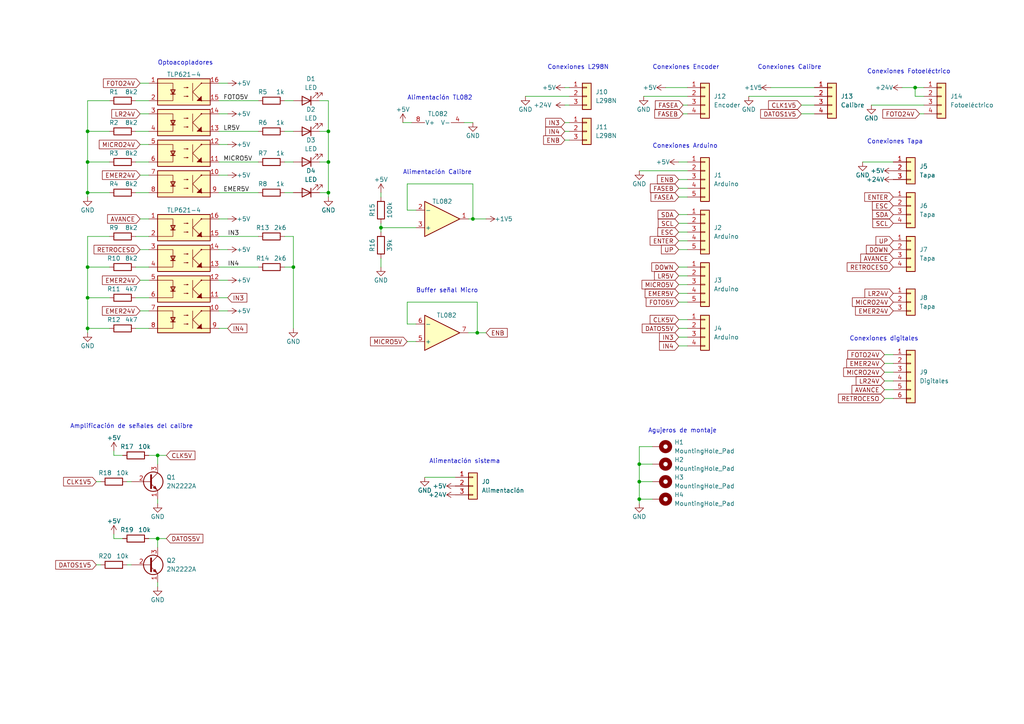
<source format=kicad_sch>
(kicad_sch (version 20211123) (generator eeschema)
  (paper "A4")
  (junction (at 265.43 25.4))
  (junction (at 25.4 46.99))
  (junction (at 95.25 55.88))
  (junction (at 185.42 144.78))
  (junction (at 95.25 38.1))
  (junction (at 95.25 46.99))
  (junction (at 45.72 132.08))
  (junction (at 45.72 156.21))
  (junction (at 25.4 77.47))
  (junction (at 25.4 95.25))
  (junction (at 185.42 134.62))
  (junction (at 25.4 38.1))
  (junction (at 85.09 77.47))
  (junction (at 185.42 139.7))
  (junction (at 110.49 66.04))
  (junction (at 138.43 96.52))
  (junction (at 137.16 63.5))
  (junction (at 25.4 55.88))
  (junction (at 25.4 86.36))
  (wire (pts (xy 120.65 93.98) (xy 118.11 93.98)))
  (wire (pts (xy 110.49 66.04) (xy 120.65 66.04)))
  (wire (pts (xy 137.16 53.34) (xy 137.16 63.5)))
  (wire (pts (xy 196.85 95.25) (xy 199.39 95.25)))
  (wire (pts (xy 250.19 46.99) (xy 259.08 46.99)))
  (wire (pts (xy 232.41 33.02) (xy 236.22 33.02)))
  (wire (pts (xy 27.94 139.7) (xy 29.21 139.7)))
  (wire (pts (xy 196.85 87.63) (xy 199.39 87.63)))
  (wire (pts (xy 163.83 38.1) (xy 165.1 38.1)))
  (wire (pts (xy 63.5 55.88) (xy 74.93 55.88)))
  (wire (pts (xy 196.85 57.15) (xy 199.39 57.15)))
  (wire (pts (xy 196.85 62.23) (xy 199.39 62.23)))
  (wire (pts (xy 45.72 132.08) (xy 48.26 132.08)))
  (wire (pts (xy 40.64 81.28) (xy 43.18 81.28)))
  (wire (pts (xy 25.4 96.52) (xy 25.4 95.25)))
  (wire (pts (xy 25.4 38.1) (xy 25.4 29.21)))
  (wire (pts (xy 40.64 33.02) (xy 43.18 33.02)))
  (wire (pts (xy 25.4 55.88) (xy 31.75 55.88)))
  (wire (pts (xy 189.23 134.62) (xy 185.42 134.62)))
  (wire (pts (xy 92.71 46.99) (xy 95.25 46.99)))
  (wire (pts (xy 196.85 77.47) (xy 199.39 77.47)))
  (wire (pts (xy 39.37 68.58) (xy 43.18 68.58)))
  (wire (pts (xy 25.4 86.36) (xy 25.4 95.25)))
  (wire (pts (xy 95.25 46.99) (xy 95.25 55.88)))
  (wire (pts (xy 40.64 50.8) (xy 43.18 50.8)))
  (wire (pts (xy 63.5 72.39) (xy 66.04 72.39)))
  (wire (pts (xy 25.4 86.36) (xy 31.75 86.36)))
  (wire (pts (xy 110.49 64.77) (xy 110.49 66.04)))
  (wire (pts (xy 266.7 33.02) (xy 267.97 33.02)))
  (wire (pts (xy 196.85 46.99) (xy 199.39 46.99)))
  (wire (pts (xy 39.37 46.99) (xy 43.18 46.99)))
  (wire (pts (xy 256.54 110.49) (xy 259.08 110.49)))
  (wire (pts (xy 256.54 102.87) (xy 259.08 102.87)))
  (wire (pts (xy 45.72 158.75) (xy 45.72 156.21)))
  (wire (pts (xy 118.11 99.06) (xy 120.65 99.06)))
  (wire (pts (xy 189.23 139.7) (xy 185.42 139.7)))
  (wire (pts (xy 63.5 68.58) (xy 74.93 68.58)))
  (wire (pts (xy 110.49 74.93) (xy 110.49 77.47)))
  (wire (pts (xy 45.72 156.21) (xy 48.26 156.21)))
  (wire (pts (xy 82.55 29.21) (xy 85.09 29.21)))
  (wire (pts (xy 196.85 97.79) (xy 199.39 97.79)))
  (wire (pts (xy 63.5 24.13) (xy 66.04 24.13)))
  (wire (pts (xy 63.5 90.17) (xy 66.04 90.17)))
  (wire (pts (xy 116.84 35.56) (xy 119.38 35.56)))
  (wire (pts (xy 185.42 139.7) (xy 185.42 144.78)))
  (wire (pts (xy 110.49 55.88) (xy 110.49 57.15)))
  (wire (pts (xy 85.09 68.58) (xy 85.09 77.47)))
  (wire (pts (xy 85.09 77.47) (xy 85.09 95.25)))
  (wire (pts (xy 217.17 27.94) (xy 236.22 27.94)))
  (wire (pts (xy 196.85 80.01) (xy 199.39 80.01)))
  (wire (pts (xy 185.42 129.54) (xy 185.42 134.62)))
  (wire (pts (xy 95.25 38.1) (xy 95.25 46.99)))
  (wire (pts (xy 92.71 38.1) (xy 95.25 38.1)))
  (wire (pts (xy 163.83 30.48) (xy 165.1 30.48)))
  (wire (pts (xy 39.37 55.88) (xy 43.18 55.88)))
  (wire (pts (xy 40.64 63.5) (xy 43.18 63.5)))
  (wire (pts (xy 33.02 132.08) (xy 33.02 130.81)))
  (wire (pts (xy 63.5 46.99) (xy 74.93 46.99)))
  (wire (pts (xy 63.5 41.91) (xy 66.04 41.91)))
  (wire (pts (xy 185.42 144.78) (xy 189.23 144.78)))
  (wire (pts (xy 35.56 156.21) (xy 33.02 156.21)))
  (wire (pts (xy 25.4 77.47) (xy 25.4 68.58)))
  (wire (pts (xy 123.19 138.43) (xy 132.08 138.43)))
  (wire (pts (xy 118.11 60.96) (xy 118.11 53.34)))
  (wire (pts (xy 92.71 55.88) (xy 95.25 55.88)))
  (wire (pts (xy 163.83 35.56) (xy 165.1 35.56)))
  (wire (pts (xy 140.97 96.52) (xy 138.43 96.52)))
  (wire (pts (xy 196.85 100.33) (xy 199.39 100.33)))
  (wire (pts (xy 95.25 29.21) (xy 95.25 38.1)))
  (wire (pts (xy 45.72 156.21) (xy 43.18 156.21)))
  (wire (pts (xy 45.72 144.78) (xy 45.72 146.05)))
  (wire (pts (xy 198.12 30.48) (xy 199.39 30.48)))
  (wire (pts (xy 186.69 27.94) (xy 199.39 27.94)))
  (wire (pts (xy 63.5 33.02) (xy 66.04 33.02)))
  (wire (pts (xy 196.85 64.77) (xy 199.39 64.77)))
  (wire (pts (xy 39.37 38.1) (xy 43.18 38.1)))
  (wire (pts (xy 25.4 46.99) (xy 25.4 55.88)))
  (wire (pts (xy 256.54 115.57) (xy 259.08 115.57)))
  (wire (pts (xy 110.49 66.04) (xy 110.49 67.31)))
  (wire (pts (xy 261.62 25.4) (xy 265.43 25.4)))
  (wire (pts (xy 36.83 163.83) (xy 38.1 163.83)))
  (wire (pts (xy 63.5 38.1) (xy 74.93 38.1)))
  (wire (pts (xy 45.72 134.62) (xy 45.72 132.08)))
  (wire (pts (xy 252.73 30.48) (xy 267.97 30.48)))
  (wire (pts (xy 36.83 139.7) (xy 38.1 139.7)))
  (wire (pts (xy 265.43 27.94) (xy 265.43 25.4)))
  (wire (pts (xy 265.43 25.4) (xy 267.97 25.4)))
  (wire (pts (xy 39.37 86.36) (xy 43.18 86.36)))
  (wire (pts (xy 40.64 41.91) (xy 43.18 41.91)))
  (wire (pts (xy 25.4 29.21) (xy 31.75 29.21)))
  (wire (pts (xy 63.5 81.28) (xy 66.04 81.28)))
  (wire (pts (xy 118.11 53.34) (xy 137.16 53.34)))
  (wire (pts (xy 196.85 69.85) (xy 199.39 69.85)))
  (wire (pts (xy 92.71 29.21) (xy 95.25 29.21)))
  (wire (pts (xy 25.4 77.47) (xy 31.75 77.47)))
  (wire (pts (xy 39.37 29.21) (xy 43.18 29.21)))
  (wire (pts (xy 267.97 27.94) (xy 265.43 27.94)))
  (wire (pts (xy 256.54 105.41) (xy 259.08 105.41)))
  (wire (pts (xy 196.85 72.39) (xy 199.39 72.39)))
  (wire (pts (xy 82.55 38.1) (xy 85.09 38.1)))
  (wire (pts (xy 120.65 60.96) (xy 118.11 60.96)))
  (wire (pts (xy 40.64 24.13) (xy 43.18 24.13)))
  (wire (pts (xy 163.83 25.4) (xy 165.1 25.4)))
  (wire (pts (xy 137.16 63.5) (xy 140.97 63.5)))
  (wire (pts (xy 152.4 27.94) (xy 165.1 27.94)))
  (wire (pts (xy 63.5 95.25) (xy 66.04 95.25)))
  (wire (pts (xy 25.4 95.25) (xy 31.75 95.25)))
  (wire (pts (xy 63.5 77.47) (xy 74.93 77.47)))
  (wire (pts (xy 118.11 93.98) (xy 118.11 87.63)))
  (wire (pts (xy 63.5 29.21) (xy 74.93 29.21)))
  (wire (pts (xy 40.64 72.39) (xy 43.18 72.39)))
  (wire (pts (xy 43.18 132.08) (xy 45.72 132.08)))
  (wire (pts (xy 31.75 46.99) (xy 25.4 46.99)))
  (wire (pts (xy 185.42 146.05) (xy 185.42 144.78)))
  (wire (pts (xy 40.64 90.17) (xy 43.18 90.17)))
  (wire (pts (xy 63.5 50.8) (xy 66.04 50.8)))
  (wire (pts (xy 196.85 92.71) (xy 199.39 92.71)))
  (wire (pts (xy 118.11 87.63) (xy 138.43 87.63)))
  (wire (pts (xy 35.56 132.08) (xy 33.02 132.08)))
  (wire (pts (xy 39.37 95.25) (xy 43.18 95.25)))
  (wire (pts (xy 63.5 86.36) (xy 66.04 86.36)))
  (wire (pts (xy 196.85 67.31) (xy 199.39 67.31)))
  (wire (pts (xy 196.85 52.07) (xy 199.39 52.07)))
  (wire (pts (xy 196.85 85.09) (xy 199.39 85.09)))
  (wire (pts (xy 223.52 25.4) (xy 236.22 25.4)))
  (wire (pts (xy 39.37 77.47) (xy 43.18 77.47)))
  (wire (pts (xy 31.75 38.1) (xy 25.4 38.1)))
  (wire (pts (xy 256.54 113.03) (xy 259.08 113.03)))
  (wire (pts (xy 138.43 87.63) (xy 138.43 96.52)))
  (wire (pts (xy 198.12 33.02) (xy 199.39 33.02)))
  (wire (pts (xy 82.55 46.99) (xy 85.09 46.99)))
  (wire (pts (xy 63.5 63.5) (xy 66.04 63.5)))
  (wire (pts (xy 196.85 82.55) (xy 199.39 82.55)))
  (wire (pts (xy 82.55 68.58) (xy 85.09 68.58)))
  (wire (pts (xy 256.54 107.95) (xy 259.08 107.95)))
  (wire (pts (xy 95.25 57.15) (xy 95.25 55.88)))
  (wire (pts (xy 196.85 54.61) (xy 199.39 54.61)))
  (wire (pts (xy 82.55 55.88) (xy 85.09 55.88)))
  (wire (pts (xy 27.94 163.83) (xy 29.21 163.83)))
  (wire (pts (xy 185.42 134.62) (xy 185.42 139.7)))
  (wire (pts (xy 189.23 129.54) (xy 185.42 129.54)))
  (wire (pts (xy 33.02 156.21) (xy 33.02 154.94)))
  (wire (pts (xy 137.16 63.5) (xy 135.89 63.5)))
  (wire (pts (xy 25.4 68.58) (xy 31.75 68.58)))
  (wire (pts (xy 193.04 25.4) (xy 199.39 25.4)))
  (wire (pts (xy 185.42 49.53) (xy 199.39 49.53)))
  (wire (pts (xy 45.72 168.91) (xy 45.72 170.18)))
  (wire (pts (xy 82.55 77.47) (xy 85.09 77.47)))
  (wire (pts (xy 138.43 96.52) (xy 135.89 96.52)))
  (wire (pts (xy 232.41 30.48) (xy 236.22 30.48)))
  (wire (pts (xy 25.4 57.15) (xy 25.4 55.88)))
  (wire (pts (xy 134.62 35.56) (xy 137.16 35.56)))
  (wire (pts (xy 163.83 40.64) (xy 165.1 40.64)))
  (wire (pts (xy 25.4 38.1) (xy 25.4 46.99)))
  (wire (pts (xy 25.4 77.47) (xy 25.4 86.36)))
  (text "Conexiones Fotoeléctrico" (at 251.46 21.59 0) (effects (font (size 1.27 1.27)) (justify left bottom)))
  (text "Conexiones L298N" (at 158.75 20.32 0) (effects (font (size 1.27 1.27)) (justify left bottom)))
  (text "Conexiones Tapa" (at 251.46 41.91 0) (effects (font (size 1.27 1.27)) (justify left bottom)))
  (text "Amplificación de señales del calibre" (at 20.32 124.46 0) (effects (font (size 1.27 1.27)) (justify left bottom)))
  (text "Alimentación TL082" (at 118.11 29.21 0) (effects (font (size 1.27 1.27)) (justify left bottom)))
  (text "Buffer señal Micro" (at 120.65 85.09 0) (effects (font (size 1.27 1.27)) (justify left bottom)))
  (text "Alimentación Calibre" (at 116.84 50.8 0) (effects (font (size 1.27 1.27)) (justify left bottom)))
  (text "Optoacopladores\n" (at 45.72 19.05 0) (effects (font (size 1.27 1.27)) (justify left bottom)))
  (text "Alimentación sistema" (at 124.46 134.62 0) (effects (font (size 1.27 1.27)) (justify left bottom)))
  (text "Conexiones Calibre" (at 219.71 20.32 0) (effects (font (size 1.27 1.27)) (justify left bottom)))
  (text "Conexiones digitales" (at 246.38 99.06 0) (effects (font (size 1.27 1.27)) (justify left bottom)))
  (text "Conexiones Arduino" (at 189.23 43.18 0) (effects (font (size 1.27 1.27)) (justify left bottom)))
  (text "Agujeros de montaje" (at 187.96 125.73 0) (effects (font (size 1.27 1.27)) (justify left bottom)))
  (text "Conexiones Encoder" (at 189.23 20.32 0) (effects (font (size 1.27 1.27)) (justify left bottom)))
  (label "LR5V" (at 64.77 38.1 0))
  (label "EMER5V" (at 64.77 55.88 0))
  (label "MICRO5V" (at 64.77 46.99 0))
  (label "IN4" (at 66.04 77.47 0))
  (label "FOTO5V" (at 64.77 29.21 0))
  (label "IN3" (at 66.04 68.58 0))
  (global_label "EMER24V" (shape input) (at 256.54 105.41 180) (property "Intersheet References" "${INTERSHEET_REFS}" (effects hide)))
  (global_label "ESC" (shape input) (at 196.85 67.31 180) (property "Intersheet References" "${INTERSHEET_REFS}" (effects hide)))
  (global_label "SDA" (shape input) (at 196.85 62.23 180) (property "Intersheet References" "${INTERSHEET_REFS}" (effects hide)))
  (global_label "IN4" (shape input) (at 163.83 38.1 180) (property "Intersheet References" "${INTERSHEET_REFS}" (effects hide)))
  (global_label "CLK1V5" (shape input) (at 232.41 30.48 180) (property "Intersheet References" "${INTERSHEET_REFS}" (effects hide)))
  (global_label "CLK1V5" (shape input) (at 27.94 139.7 180) (property "Intersheet References" "${INTERSHEET_REFS}" (effects hide)))
  (global_label "SCL" (shape input) (at 259.08 64.77 180) (property "Intersheet References" "${INTERSHEET_REFS}" (effects hide)))
  (global_label "IN4" (shape input) (at 66.04 95.25 0) (property "Intersheet References" "${INTERSHEET_REFS}" (effects hide)))
  (global_label "ENB" (shape input) (at 196.85 52.07 180) (property "Intersheet References" "${INTERSHEET_REFS}" (effects hide)))
  (global_label "FASEA" (shape input) (at 196.85 57.15 180) (property "Intersheet References" "${INTERSHEET_REFS}" (effects hide)))
  (global_label "RETROCESO" (shape input) (at 259.08 77.47 180) (property "Intersheet References" "${INTERSHEET_REFS}" (effects hide)))
  (global_label "LR24V" (shape input) (at 40.64 33.02 180) (property "Intersheet References" "${INTERSHEET_REFS}" (effects hide)))
  (global_label "EMER5V" (shape input) (at 196.85 85.09 180) (property "Intersheet References" "${INTERSHEET_REFS}" (effects hide)))
  (global_label "SDA" (shape input) (at 259.08 62.23 180) (property "Intersheet References" "${INTERSHEET_REFS}" (effects hide)))
  (global_label "DOWN" (shape input) (at 196.85 77.47 180) (property "Intersheet References" "${INTERSHEET_REFS}" (effects hide)))
  (global_label "IN3" (shape input) (at 163.83 35.56 180) (property "Intersheet References" "${INTERSHEET_REFS}" (effects hide)))
  (global_label "ENTER" (shape input) (at 196.85 69.85 180) (property "Intersheet References" "${INTERSHEET_REFS}" (effects hide)))
  (global_label "FASEB" (shape input) (at 196.85 54.61 180) (property "Intersheet References" "${INTERSHEET_REFS}" (effects hide)))
  (global_label "RETROCESO" (shape input) (at 256.54 115.57 180) (property "Intersheet References" "${INTERSHEET_REFS}" (effects hide)))
  (global_label "FOTO24V" (shape input) (at 40.64 24.13 180) (property "Intersheet References" "${INTERSHEET_REFS}" (effects hide)))
  (global_label "CLK5V" (shape input) (at 196.85 92.71 180) (property "Intersheet References" "${INTERSHEET_REFS}" (effects hide)))
  (global_label "LR24V" (shape input) (at 256.54 110.49 180) (property "Intersheet References" "${INTERSHEET_REFS}" (effects hide)))
  (global_label "UP" (shape input) (at 196.85 72.39 180) (property "Intersheet References" "${INTERSHEET_REFS}" (effects hide)))
  (global_label "MICRO24V" (shape input) (at 256.54 107.95 180) (property "Intersheet References" "${INTERSHEET_REFS}" (effects hide)))
  (global_label "IN4" (shape input) (at 196.85 100.33 180) (property "Intersheet References" "${INTERSHEET_REFS}" (effects hide)))
  (global_label "DATOS1V5" (shape input) (at 232.41 33.02 180) (property "Intersheet References" "${INTERSHEET_REFS}" (effects hide)))
  (global_label "ENB" (shape input) (at 140.97 96.52 0) (property "Intersheet References" "${INTERSHEET_REFS}" (effects hide)))
  (global_label "SCL" (shape input) (at 196.85 64.77 180) (property "Intersheet References" "${INTERSHEET_REFS}" (effects hide)))
  (global_label "MICRO24V" (shape input) (at 259.08 87.63 180) (property "Intersheet References" "${INTERSHEET_REFS}" (effects hide)))
  (global_label "MICRO24V" (shape input) (at 40.64 41.91 180) (property "Intersheet References" "${INTERSHEET_REFS}" (effects hide)))
  (global_label "FOTO5V" (shape input) (at 196.85 87.63 180) (property "Intersheet References" "${INTERSHEET_REFS}" (effects hide)))
  (global_label "ENTER" (shape input) (at 259.08 57.15 180) (property "Intersheet References" "${INTERSHEET_REFS}" (effects hide)))
  (global_label "LR24V" (shape input) (at 259.08 85.09 180) (property "Intersheet References" "${INTERSHEET_REFS}" (effects hide)))
  (global_label "LR5V" (shape input) (at 196.85 80.01 180) (property "Intersheet References" "${INTERSHEET_REFS}" (effects hide)))
  (global_label "IN3" (shape input) (at 196.85 97.79 180) (property "Intersheet References" "${INTERSHEET_REFS}" (effects hide)))
  (global_label "EMER24V" (shape input) (at 259.08 90.17 180) (property "Intersheet References" "${INTERSHEET_REFS}" (effects hide)))
  (global_label "DATOS1V5" (shape input) (at 27.94 163.83 180) (property "Intersheet References" "${INTERSHEET_REFS}" (effects hide)))
  (global_label "AVANCE" (shape input) (at 40.64 63.5 180) (property "Intersheet References" "${INTERSHEET_REFS}" (effects hide)))
  (global_label "CLK5V" (shape input) (at 48.26 132.08 0) (property "Intersheet References" "${INTERSHEET_REFS}" (effects hide)))
  (global_label "EMER24V" (shape input) (at 40.64 90.17 180) (property "Intersheet References" "${INTERSHEET_REFS}" (effects hide)))
  (global_label "MICRO5V" (shape input) (at 196.85 82.55 180) (property "Intersheet References" "${INTERSHEET_REFS}" (effects hide)))
  (global_label "AVANCE" (shape input) (at 259.08 74.93 180) (property "Intersheet References" "${INTERSHEET_REFS}" (effects hide)))
  (global_label "FASEB" (shape input) (at 198.12 33.02 180) (property "Intersheet References" "${INTERSHEET_REFS}" (effects hide)))
  (global_label "ESC" (shape input) (at 259.08 59.69 180) (property "Intersheet References" "${INTERSHEET_REFS}" (effects hide)))
  (global_label "ENB" (shape input) (at 163.83 40.64 180) (property "Intersheet References" "${INTERSHEET_REFS}" (effects hide)))
  (global_label "FOTO24V" (shape input) (at 266.7 33.02 180) (property "Intersheet References" "${INTERSHEET_REFS}" (effects hide)))
  (global_label "FOTO24V" (shape input) (at 256.54 102.87 180) (property "Intersheet References" "${INTERSHEET_REFS}" (effects hide)))
  (global_label "DATOS5V" (shape input) (at 48.26 156.21 0) (property "Intersheet References" "${INTERSHEET_REFS}" (effects hide)))
  (global_label "FASEA" (shape input) (at 198.12 30.48 180) (property "Intersheet References" "${INTERSHEET_REFS}" (effects hide)))
  (global_label "EMER24V" (shape input) (at 40.64 81.28 180) (property "Intersheet References" "${INTERSHEET_REFS}" (effects hide)))
  (global_label "UP" (shape input) (at 259.08 69.85 180) (property "Intersheet References" "${INTERSHEET_REFS}" (effects hide)))
  (global_label "DATOS5V" (shape input) (at 196.85 95.25 180) (property "Intersheet References" "${INTERSHEET_REFS}" (effects hide)))
  (global_label "RETROCESO" (shape input) (at 40.64 72.39 180) (property "Intersheet References" "${INTERSHEET_REFS}" (effects hide)))
  (global_label "EMER24V" (shape input) (at 40.64 50.8 180) (property "Intersheet References" "${INTERSHEET_REFS}" (effects hide)))
  (global_label "IN3" (shape input) (at 66.04 86.36 0) (property "Intersheet References" "${INTERSHEET_REFS}" (effects hide)))
  (global_label "DOWN" (shape input) (at 259.08 72.39 180) (property "Intersheet References" "${INTERSHEET_REFS}" (effects hide)))
  (global_label "MICRO5V" (shape input) (at 118.11 99.06 180) (property "Intersheet References" "${INTERSHEET_REFS}" (effects hide)))
  (global_label "AVANCE" (shape input) (at 256.54 113.03 180) (property "Intersheet References" "${INTERSHEET_REFS}" (effects hide)))
  (symbol (lib_id "Transistor_BJT:2N2219") (at 43.18 139.7 0) (unit 1)
    (property "Reference" "Q1" (at 48.26 138.4299 0) (effects (justify left)))
    (property "Value" "2N2222A" (at 48.26 140.9699 0) (effects (justify left)))
    (property "Footprint" "Package_TO_SOT_THT:TO-92" (effects hide))
    (property "Datasheet" "http://www.onsemi.com/pub_link/Collateral/2N2219-D.PDF" (effects hide))
  )
  (symbol (lib_id "power:+5V") (at 66.04 81.28 270) (unit 1)
    (property "Reference" "#PWR0110" (effects hide))
    (property "Value" "+5V" (at 68.58 81.28 90) (effects (justify left)))
  )
  (symbol (lib_id "Isolator:TLP627-4") (at 53.34 92.71 0) (unit 4)
    (property "Reference" "U2" (effects hide))
    (property "Value" "TLP621-4" (effects hide))
    (property "Footprint" "Package_DIP:DIP-16_W10.16mm" (effects hide))
    (property "Datasheet" "https://toshiba.semicon-storage.com/info/docget.jsp?did=16914&prodName=TLP627" (effects hide))
  )
  (symbol (lib_id "Device:R") (at 78.74 46.99 90) (unit 1)
    (property "Reference" "R7" (at 76.2 44.45 90))
    (property "Value" "1k" (at 81.28 44.45 90))
    (property "Footprint" "Resistor_THT:R_Axial_DIN0207_L6.3mm_D2.5mm_P10.16mm_Horizontal" (effects hide))
  )
  (symbol (lib_id "power:+5V") (at 132.08 140.97 90) (unit 1)
    (property "Reference" "#PWR0136" (effects hide))
    (property "Value" "+5V" (at 129.54 140.97 90) (effects (justify left)))
  )
  (symbol (lib_id "Device:R") (at 35.56 77.47 90) (unit 1)
    (property "Reference" "R10" (at 33.02 74.93 90))
    (property "Value" "8k2" (at 38.1 74.93 90))
    (property "Footprint" "Resistor_THT:R_Axial_DIN0207_L6.3mm_D2.5mm_P10.16mm_Horizontal" (effects hide))
  )
  (symbol (lib_id "Connector_Generic:Conn_01x04") (at 241.3 27.94 0) (unit 1)
    (property "Reference" "J13" (at 243.84 27.94 0) (effects (justify left)))
    (property "Value" "Calibre" (at 243.84 30.48 0) (effects (justify left)))
    (property "Footprint" "TerminalBlock_TE-Connectivity:TerminalBlock_TE_282834-4_1x04_P2.54mm_Horizontal" (effects hide))
  )
  (symbol (lib_id "Device:R") (at 35.56 38.1 90) (unit 1)
    (property "Reference" "R2" (at 33.02 35.56 90))
    (property "Value" "8k2" (at 38.1 35.56 90))
    (property "Footprint" "Resistor_THT:R_Axial_DIN0207_L6.3mm_D2.5mm_P10.16mm_Horizontal" (effects hide))
  )
  (symbol (lib_name "TLP627-4_1") (lib_id "Isolator:TLP627-4") (at 53.34 26.67 0) (unit 1)
    (property "Reference" "U1" (effects hide))
    (property "Value" "TLP621-4" (at 53.34 21.59 0))
    (property "Footprint" "Package_DIP:DIP-16_W10.16mm" (effects hide))
    (property "Datasheet" "https://toshiba.semicon-storage.com/info/docget.jsp?did=16914&prodName=TLP627" (effects hide))
  )
  (symbol (lib_id "power:+5V") (at 66.04 50.8 270) (unit 1)
    (property "Reference" "#PWR0105" (effects hide))
    (property "Value" "+5V" (at 68.58 50.8 90) (effects (justify left)))
  )
  (symbol (lib_id "Connector_Generic:Conn_01x04") (at 264.16 72.39 0) (unit 1)
    (property "Reference" "J7" (at 266.7 72.3899 0) (effects (justify left)))
    (property "Value" "Tapa" (at 266.7 74.9299 0) (effects (justify left)))
    (property "Footprint" "TerminalBlock_TE-Connectivity:TerminalBlock_TE_282834-4_1x04_P2.54mm_Horizontal" (effects hide))
  )
  (symbol (lib_name "TLP627-4_7") (lib_id "Isolator:TLP627-4") (at 53.34 83.82 0) (unit 3)
    (property "Reference" "U2" (effects hide))
    (property "Value" "TLP621-4" (effects hide))
    (property "Footprint" "Package_DIP:DIP-16_W10.16mm" (effects hide))
    (property "Datasheet" "https://toshiba.semicon-storage.com/info/docget.jsp?did=16914&prodName=TLP627" (effects hide))
  )
  (symbol (lib_id "Connector_Generic:Conn_01x04") (at 204.47 95.25 0) (unit 1)
    (property "Reference" "J4" (at 207.01 95.2499 0) (effects (justify left)))
    (property "Value" "Arduino" (at 207.01 97.7899 0) (effects (justify left)))
    (property "Footprint" "TerminalBlock_TE-Connectivity:TerminalBlock_TE_282834-4_1x04_P2.54mm_Horizontal" (effects hide))
  )
  (symbol (lib_id "Device:R") (at 35.56 55.88 90) (unit 1)
    (property "Reference" "R4" (at 33.02 53.34 90))
    (property "Value" "8k2" (at 38.1 53.34 90))
    (property "Footprint" "Resistor_THT:R_Axial_DIN0207_L6.3mm_D2.5mm_P10.16mm_Horizontal" (effects hide))
  )
  (symbol (lib_id "power:+24V") (at 261.62 25.4 90) (unit 1)
    (property "Reference" "#PWR0131" (effects hide))
    (property "Value" "+24V" (at 259.08 25.4 90) (effects (justify left)))
  )
  (symbol (lib_id "power:GND") (at 123.19 138.43 0) (unit 1)
    (property "Reference" "#PWR0137" (effects hide))
    (property "Value" "GND" (at 123.19 142.24 0))
  )
  (symbol (lib_id "power:GND") (at 185.42 146.05 0) (unit 1)
    (property "Reference" "#PWR0139" (effects hide))
    (property "Value" "GND" (at 185.42 149.86 0))
  )
  (symbol (lib_id "power:+5V") (at 66.04 72.39 270) (unit 1)
    (property "Reference" "#PWR0108" (effects hide))
    (property "Value" "+5V" (at 68.58 72.39 90) (effects (justify left)))
  )
  (symbol (lib_id "Device:R") (at 78.74 68.58 90) (unit 1)
    (property "Reference" "R13" (at 76.2 66.04 90))
    (property "Value" "2k6" (at 81.28 66.04 90))
    (property "Footprint" "Resistor_THT:R_Axial_DIN0207_L6.3mm_D2.5mm_P10.16mm_Horizontal" (effects hide))
  )
  (symbol (lib_id "power:GND") (at 137.16 35.56 0) (unit 1)
    (property "Reference" "#PWR0114" (effects hide))
    (property "Value" "GND" (at 137.16 39.37 0))
  )
  (symbol (lib_id "Mechanical:MountingHole_Pad") (at 191.77 139.7 270) (unit 1)
    (property "Reference" "H3" (at 195.58 138.4299 90) (effects (justify left)))
    (property "Value" "MountingHole_Pad" (at 195.58 140.9699 90) (effects (justify left)))
    (property "Footprint" "MountingHole:MountingHole_3.2mm_M3_DIN965_Pad" (effects hide))
  )
  (symbol (lib_id "Device:R") (at 78.74 38.1 90) (unit 1)
    (property "Reference" "R6" (at 76.2 35.56 90))
    (property "Value" "1k" (at 81.28 35.56 90))
    (property "Footprint" "Resistor_THT:R_Axial_DIN0207_L6.3mm_D2.5mm_P10.16mm_Horizontal" (effects hide))
  )
  (symbol (lib_id "Device:R") (at 35.56 95.25 90) (unit 1)
    (property "Reference" "R12" (at 33.02 92.71 90))
    (property "Value" "4k7" (at 38.1 92.71 90))
    (property "Footprint" "Resistor_THT:R_Axial_DIN0207_L6.3mm_D2.5mm_P10.16mm_Horizontal" (effects hide))
  )
  (symbol (lib_name "TLP627-4_3") (lib_id "Isolator:TLP627-4") (at 53.34 44.45 0) (unit 3)
    (property "Reference" "U1" (effects hide))
    (property "Value" "TLP621-4" (effects hide))
    (property "Footprint" "Package_DIP:DIP-16_W10.16mm" (effects hide))
    (property "Datasheet" "https://toshiba.semicon-storage.com/info/docget.jsp?did=16914&prodName=TLP627" (effects hide))
  )
  (symbol (lib_id "power:GND") (at 152.4 27.94 0) (unit 1)
    (property "Reference" "#PWR0124" (effects hide))
    (property "Value" "GND" (at 152.4 31.75 0))
  )
  (symbol (lib_name "TLP627-4_6") (lib_id "Isolator:TLP627-4") (at 53.34 74.93 0) (unit 2)
    (property "Reference" "U2" (effects hide))
    (property "Value" "TLP621-4" (effects hide))
    (property "Footprint" "Package_DIP:DIP-16_W10.16mm" (effects hide))
    (property "Datasheet" "https://toshiba.semicon-storage.com/info/docget.jsp?did=16914&prodName=TLP627" (effects hide))
  )
  (symbol (lib_id "power:+5V") (at 66.04 41.91 270) (unit 1)
    (property "Reference" "#PWR0104" (effects hide))
    (property "Value" "+5V" (at 68.58 41.91 90) (effects (justify left)))
  )
  (symbol (lib_id "Connector_Generic:Conn_01x04") (at 204.47 27.94 0) (unit 1)
    (property "Reference" "J12" (at 207.01 27.94 0) (effects (justify left)))
    (property "Value" "Encoder" (at 207.01 30.4799 0) (effects (justify left)))
    (property "Footprint" "TerminalBlock_TE-Connectivity:TerminalBlock_TE_282834-4_1x04_P2.54mm_Horizontal" (effects hide))
  )
  (symbol (lib_name "TLP627-4_2") (lib_id "Isolator:TLP627-4") (at 53.34 35.56 0) (unit 2)
    (property "Reference" "U1" (effects hide))
    (property "Value" "TLP621-4" (effects hide))
    (property "Footprint" "Package_DIP:DIP-16_W10.16mm" (effects hide))
    (property "Datasheet" "https://toshiba.semicon-storage.com/info/docget.jsp?did=16914&prodName=TLP627" (effects hide))
  )
  (symbol (lib_id "power:+5V") (at 66.04 33.02 270) (unit 1)
    (property "Reference" "#PWR0103" (effects hide))
    (property "Value" "+5V" (at 68.58 33.02 90) (effects (justify left)))
  )
  (symbol (lib_id "power:GND") (at 185.42 49.53 0) (unit 1)
    (property "Reference" "#PWR0123" (effects hide))
    (property "Value" "GND" (at 185.42 53.34 0))
  )
  (symbol (lib_id "Connector_Generic:Conn_01x05") (at 204.47 82.55 0) (unit 1)
    (property "Reference" "J3" (at 207.01 81.2799 0) (effects (justify left)))
    (property "Value" "Arduino" (at 207.01 83.8199 0) (effects (justify left)))
    (property "Footprint" "TerminalBlock_TE-Connectivity:TerminalBlock_TE_282834-5_1x05_P2.54mm_Horizontal" (effects hide))
  )
  (symbol (lib_id "Connector_Generic:Conn_01x06") (at 264.16 107.95 0) (unit 1)
    (property "Reference" "J9" (at 266.7 107.95 0) (effects (justify left)))
    (property "Value" "Digitales" (at 266.7 110.4899 0) (effects (justify left)))
    (property "Footprint" "TerminalBlock_TE-Connectivity:TerminalBlock_TE_282834-6_1x06_P2.54mm_Horizontal" (effects hide))
  )
  (symbol (lib_id "Amplifier_Operational:TL082") (at 127 33.02 90) (unit 3)
    (property "Reference" "U3" (effects hide))
    (property "Value" "TL082" (at 127 33.02 90))
    (property "Footprint" "Package_DIP:DIP-8_W7.62mm" (effects hide))
    (property "Datasheet" "http://www.ti.com/lit/ds/symlink/tl081.pdf" (effects hide))
  )
  (symbol (lib_id "power:GND") (at 95.25 57.15 0) (unit 1)
    (property "Reference" "#PWR0106" (effects hide))
    (property "Value" "GND" (at 95.25 60.96 0))
  )
  (symbol (lib_id "Amplifier_Operational:TL082") (at 128.27 63.5 0) (mirror x) (unit 1)
    (property "Reference" "U3" (effects hide))
    (property "Value" "TL082" (at 128.27 58.42 0))
    (property "Footprint" "Package_DIP:DIP-8_W7.62mm" (effects hide))
    (property "Datasheet" "http://www.ti.com/lit/ds/symlink/tl081.pdf" (effects hide))
  )
  (symbol (lib_id "power:GND") (at 110.49 77.47 0) (unit 1)
    (property "Reference" "#PWR0117" (effects hide))
    (property "Value" "GND" (at 110.49 81.28 0))
  )
  (symbol (lib_id "power:GND") (at 85.09 95.25 0) (unit 1)
    (property "Reference" "#PWR0112" (effects hide))
    (property "Value" "GND" (at 85.09 99.06 0))
  )
  (symbol (lib_id "power:GND") (at 25.4 57.15 0) (unit 1)
    (property "Reference" "#PWR0101" (effects hide))
    (property "Value" "GND" (at 25.4 60.96 0))
  )
  (symbol (lib_id "Connector_Generic:Conn_01x03") (at 137.16 140.97 0) (unit 1)
    (property "Reference" "J0" (at 139.7 139.6999 0) (effects (justify left)))
    (property "Value" "Alimentación" (at 139.7 142.2399 0) (effects (justify left)))
    (property "Footprint" "TerminalBlock:TerminalBlock_bornier-3_P5.08mm" (effects hide))
  )
  (symbol (lib_id "power:+5V") (at 196.85 46.99 90) (unit 1)
    (property "Reference" "#PWR0122" (effects hide))
    (property "Value" "+5V" (at 194.31 46.99 90) (effects (justify left)))
  )
  (symbol (lib_id "Connector_Generic:Conn_01x03") (at 264.16 49.53 0) (unit 1)
    (property "Reference" "J5" (at 266.7 48.2599 0) (effects (justify left)))
    (property "Value" "Tapa" (at 266.7 50.7999 0) (effects (justify left)))
    (property "Footprint" "TerminalBlock_TE-Connectivity:TerminalBlock_TE_282834-3_1x03_P2.54mm_Horizontal" (effects hide))
  )
  (symbol (lib_id "power:+1V5") (at 140.97 63.5 270) (unit 1)
    (property "Reference" "#PWR0115" (effects hide))
    (property "Value" "+1V5" (at 146.05 63.5 90))
  )
  (symbol (lib_name "TLP627-4_5") (lib_id "Isolator:TLP627-4") (at 53.34 66.04 0) (unit 1)
    (property "Reference" "U2" (effects hide))
    (property "Value" "TLP621-4" (at 53.34 60.96 0))
    (property "Footprint" "Package_DIP:DIP-16_W10.16mm" (effects hide))
    (property "Datasheet" "https://toshiba.semicon-storage.com/info/docget.jsp?did=16914&prodName=TLP627" (effects hide))
  )
  (symbol (lib_id "Connector_Generic:Conn_01x05") (at 204.47 67.31 0) (unit 1)
    (property "Reference" "J2" (at 207.01 66.0399 0) (effects (justify left)))
    (property "Value" "Arduino" (at 207.01 68.5799 0) (effects (justify left)))
    (property "Footprint" "TerminalBlock_TE-Connectivity:TerminalBlock_TE_282834-5_1x05_P2.54mm_Horizontal" (effects hide))
  )
  (symbol (lib_id "Device:LED") (at 88.9 29.21 180) (unit 1)
    (property "Reference" "D1" (at 90.17 22.86 0))
    (property "Value" "LED" (at 90.17 25.4 0))
    (property "Footprint" "LED_THT:LED_D3.0mm" (effects hide))
  )
  (symbol (lib_id "power:+5V") (at 110.49 55.88 0) (unit 1)
    (property "Reference" "#PWR0116" (effects hide))
    (property "Value" "+5V" (at 110.49 52.07 0))
  )
  (symbol (lib_id "power:+5V") (at 66.04 24.13 270) (unit 1)
    (property "Reference" "#PWR0102" (effects hide))
    (property "Value" "+5V" (at 68.58 24.13 90) (effects (justify left)))
  )
  (symbol (lib_id "Connector_Generic:Conn_01x03") (at 264.16 87.63 0) (unit 1)
    (property "Reference" "J8" (at 266.7 86.3599 0) (effects (justify left)))
    (property "Value" "Tapa" (at 266.7 88.8999 0) (effects (justify left)))
    (property "Footprint" "TerminalBlock_TE-Connectivity:TerminalBlock_TE_282834-3_1x03_P2.54mm_Horizontal" (effects hide))
  )
  (symbol (lib_id "power:+1V5") (at 223.52 25.4 90) (unit 1)
    (property "Reference" "#PWR0125" (effects hide))
    (property "Value" "+1V5" (at 218.44 25.4 90))
  )
  (symbol (lib_id "power:+5V") (at 33.02 130.81 0) (unit 1)
    (property "Reference" "#PWR0121" (effects hide))
    (property "Value" "+5V" (at 33.02 127 0))
  )
  (symbol (lib_id "Connector_Generic:Conn_01x03") (at 170.18 27.94 0) (unit 1)
    (property "Reference" "J10" (at 172.72 26.6699 0) (effects (justify left)))
    (property "Value" "L298N" (at 172.72 29.2099 0) (effects (justify left)))
    (property "Footprint" "TerminalBlock:TerminalBlock_bornier-3_P5.08mm" (effects hide))
  )
  (symbol (lib_id "Connector_Generic:Conn_01x05") (at 204.47 52.07 0) (unit 1)
    (property "Reference" "J1" (at 207.01 50.7999 0) (effects (justify left)))
    (property "Value" "Arduino" (at 207.01 53.3399 0) (effects (justify left)))
    (property "Footprint" "TerminalBlock_TE-Connectivity:TerminalBlock_TE_282834-5_1x05_P2.54mm_Horizontal" (effects hide))
  )
  (symbol (lib_id "Connector_Generic:Conn_01x03") (at 170.18 38.1 0) (unit 1)
    (property "Reference" "J11" (at 172.72 36.8299 0) (effects (justify left)))
    (property "Value" "L298N" (at 172.72 39.3699 0) (effects (justify left)))
    (property "Footprint" "TerminalBlock_TE-Connectivity:TerminalBlock_TE_282834-3_1x03_P2.54mm_Horizontal" (effects hide))
  )
  (symbol (lib_id "power:+5V") (at 66.04 90.17 270) (unit 1)
    (property "Reference" "#PWR0111" (effects hide))
    (property "Value" "+5V" (at 68.58 90.17 90) (effects (justify left)))
  )
  (symbol (lib_id "Device:R") (at 78.74 77.47 90) (unit 1)
    (property "Reference" "R14" (at 76.2 74.93 90))
    (property "Value" "2k6" (at 81.28 74.93 90))
    (property "Footprint" "Resistor_THT:R_Axial_DIN0207_L6.3mm_D2.5mm_P10.16mm_Horizontal" (effects hide))
  )
  (symbol (lib_id "Device:LED") (at 88.9 46.99 180) (unit 1)
    (property "Reference" "D3" (at 90.17 40.64 0))
    (property "Value" "LED" (at 90.17 43.18 0))
    (property "Footprint" "LED_THT:LED_D3.0mm" (effects hide))
  )
  (symbol (lib_id "Device:LED") (at 88.9 55.88 180) (unit 1)
    (property "Reference" "D4" (at 90.17 49.53 0))
    (property "Value" "LED" (at 90.17 52.07 0))
    (property "Footprint" "LED_THT:LED_D3.0mm" (effects hide))
  )
  (symbol (lib_id "Connector_Generic:Conn_01x04") (at 264.16 59.69 0) (unit 1)
    (property "Reference" "J6" (at 266.7 59.6899 0) (effects (justify left)))
    (property "Value" "Tapa" (at 266.7 62.2299 0) (effects (justify left)))
    (property "Footprint" "TerminalBlock_TE-Connectivity:TerminalBlock_TE_282834-4_1x04_P2.54mm_Horizontal" (effects hide))
  )
  (symbol (lib_id "power:GND") (at 252.73 30.48 0) (unit 1)
    (property "Reference" "#PWR0132" (effects hide))
    (property "Value" "GND" (at 252.73 34.29 0))
  )
  (symbol (lib_id "power:GND") (at 25.4 96.52 0) (unit 1)
    (property "Reference" "#PWR0107" (effects hide))
    (property "Value" "GND" (at 25.4 100.33 0))
  )
  (symbol (lib_id "power:GND") (at 217.17 27.94 0) (unit 1)
    (property "Reference" "#PWR0126" (effects hide))
    (property "Value" "GND" (at 217.17 31.75 0))
  )
  (symbol (lib_id "Device:R") (at 35.56 68.58 90) (unit 1)
    (property "Reference" "R9" (at 33.02 66.04 90))
    (property "Value" "8k2" (at 38.1 66.04 90))
    (property "Footprint" "Resistor_THT:R_Axial_DIN0207_L6.3mm_D2.5mm_P10.16mm_Horizontal" (effects hide))
  )
  (symbol (lib_id "Connector_Generic:Conn_01x04") (at 273.05 27.94 0) (unit 1)
    (property "Reference" "J14" (at 275.59 27.94 0) (effects (justify left)))
    (property "Value" "Fotoeléctrico" (at 275.59 30.48 0) (effects (justify left)))
    (property "Footprint" "TerminalBlock_TE-Connectivity:TerminalBlock_TE_282834-4_1x04_P2.54mm_Horizontal" (effects hide))
  )
  (symbol (lib_id "Device:R") (at 39.37 132.08 90) (unit 1)
    (property "Reference" "R17" (at 36.83 129.54 90))
    (property "Value" "10k" (at 41.91 129.54 90))
    (property "Footprint" "Resistor_THT:R_Axial_DIN0207_L6.3mm_D2.5mm_P10.16mm_Horizontal" (effects hide))
  )
  (symbol (lib_id "Device:R") (at 35.56 86.36 90) (unit 1)
    (property "Reference" "R11" (at 33.02 83.82 90))
    (property "Value" "4k7" (at 38.1 83.82 90))
    (property "Footprint" "Resistor_THT:R_Axial_DIN0207_L6.3mm_D2.5mm_P10.16mm_Horizontal" (effects hide))
  )
  (symbol (lib_id "power:+5V") (at 193.04 25.4 90) (unit 1)
    (property "Reference" "#PWR0127" (effects hide))
    (property "Value" "+5V" (at 190.5 25.4 90) (effects (justify left)))
  )
  (symbol (lib_id "Device:R") (at 78.74 29.21 90) (unit 1)
    (property "Reference" "R5" (at 76.2 26.67 90))
    (property "Value" "1k" (at 81.28 26.67 90))
    (property "Footprint" "Resistor_THT:R_Axial_DIN0207_L6.3mm_D2.5mm_P10.16mm_Horizontal" (effects hide))
  )
  (symbol (lib_id "Device:R") (at 110.49 71.12 180) (unit 1)
    (property "Reference" "R16" (at 107.95 71.12 90))
    (property "Value" "39k" (at 113.03 71.12 90))
    (property "Footprint" "Resistor_THT:R_Axial_DIN0207_L6.3mm_D2.5mm_P10.16mm_Horizontal" (effects hide))
  )
  (symbol (lib_id "power:+5V") (at 33.02 154.94 0) (unit 1)
    (property "Reference" "#PWR0120" (effects hide))
    (property "Value" "+5V" (at 33.02 151.13 0))
  )
  (symbol (lib_id "Device:R") (at 110.49 60.96 180) (unit 1)
    (property "Reference" "R15" (at 107.95 60.96 90))
    (property "Value" "100k" (at 113.03 60.96 90))
    (property "Footprint" "Resistor_THT:R_Axial_DIN0207_L6.3mm_D2.5mm_P10.16mm_Horizontal" (effects hide))
  )
  (symbol (lib_id "Mechanical:MountingHole_Pad") (at 191.77 144.78 270) (unit 1)
    (property "Reference" "H4" (at 195.58 143.5099 90) (effects (justify left)))
    (property "Value" "MountingHole_Pad" (at 195.58 146.0499 90) (effects (justify left)))
    (property "Footprint" "MountingHole:MountingHole_3.2mm_M3_DIN965_Pad" (effects hide))
  )
  (symbol (lib_id "power:GND") (at 45.72 170.18 0) (unit 1)
    (property "Reference" "#PWR0118" (effects hide))
    (property "Value" "GND" (at 45.72 173.99 0))
  )
  (symbol (lib_id "Device:R") (at 39.37 156.21 90) (unit 1)
    (property "Reference" "R19" (at 36.83 153.67 90))
    (property "Value" "10k" (at 41.91 153.67 90))
    (property "Footprint" "Resistor_THT:R_Axial_DIN0207_L6.3mm_D2.5mm_P10.16mm_Horizontal" (effects hide))
  )
  (symbol (lib_name "TLP627-4_4") (lib_id "Isolator:TLP627-4") (at 53.34 53.34 0) (unit 4)
    (property "Reference" "U1" (effects hide))
    (property "Value" "TLP621-4" (effects hide))
    (property "Footprint" "Package_DIP:DIP-16_W10.16mm" (effects hide))
    (property "Datasheet" "https://toshiba.semicon-storage.com/info/docget.jsp?did=16914&prodName=TLP627" (effects hide))
  )
  (symbol (lib_id "power:+5V") (at 116.84 35.56 0) (unit 1)
    (property "Reference" "#PWR0113" (effects hide))
    (property "Value" "+5V" (at 116.84 31.75 0))
  )
  (symbol (lib_id "Mechanical:MountingHole_Pad") (at 191.77 129.54 270) (unit 1)
    (property "Reference" "H1" (at 195.58 128.2699 90) (effects (justify left)))
    (property "Value" "MountingHole_Pad" (at 195.58 130.8099 90) (effects (justify left)))
    (property "Footprint" "MountingHole:MountingHole_3.2mm_M3_DIN965_Pad" (effects hide))
  )
  (symbol (lib_id "power:+5V") (at 66.04 63.5 270) (unit 1)
    (property "Reference" "#PWR0109" (effects hide))
    (property "Value" "+5V" (at 68.58 63.5 90) (effects (justify left)))
  )
  (symbol (lib_id "Transistor_BJT:2N2219") (at 43.18 163.83 0) (unit 1)
    (property "Reference" "Q2" (at 48.26 162.5599 0) (effects (justify left)))
    (property "Value" "2N2222A" (at 48.26 165.0999 0) (effects (justify left)))
    (property "Footprint" "Package_TO_SOT_THT:TO-92" (effects hide))
    (property "Datasheet" "http://www.onsemi.com/pub_link/Collateral/2N2219-D.PDF" (effects hide))
  )
  (symbol (lib_id "Mechanical:MountingHole_Pad") (at 191.77 134.62 270) (unit 1)
    (property "Reference" "H2" (at 195.58 133.3499 90) (effects (justify left)))
    (property "Value" "MountingHole_Pad" (at 195.58 135.8899 90) (effects (justify left)))
    (property "Footprint" "MountingHole:MountingHole_3.2mm_M3_DIN965_Pad" (effects hide))
  )
  (symbol (lib_id "power:GND") (at 250.19 46.99 0) (unit 1)
    (property "Reference" "#PWR0134" (effects hide))
    (property "Value" "GND" (at 250.19 50.8 0))
  )
  (symbol (lib_id "Device:R") (at 35.56 29.21 90) (unit 1)
    (property "Reference" "R1" (at 33.02 26.67 90))
    (property "Value" "8k2" (at 38.1 26.67 90))
    (property "Footprint" "Resistor_THT:R_Axial_DIN0207_L6.3mm_D2.5mm_P10.16mm_Horizontal" (effects hide))
  )
  (symbol (lib_id "Device:R") (at 33.02 139.7 90) (unit 1)
    (property "Reference" "R18" (at 30.48 137.16 90))
    (property "Value" "10k" (at 35.56 137.16 90))
    (property "Footprint" "Resistor_THT:R_Axial_DIN0207_L6.3mm_D2.5mm_P10.16mm_Horizontal" (effects hide))
  )
  (symbol (lib_id "power:+24V") (at 259.08 52.07 90) (unit 1)
    (property "Reference" "#PWR0133" (effects hide))
    (property "Value" "+24V" (at 256.54 52.07 90) (effects (justify left)))
  )
  (symbol (lib_id "power:+24V") (at 163.83 30.48 90) (unit 1)
    (property "Reference" "#PWR0130" (effects hide))
    (property "Value" "+24V" (at 160.02 30.4799 90) (effects (justify left)))
  )
  (symbol (lib_id "power:+5V") (at 163.83 25.4 90) (unit 1)
    (property "Reference" "#PWR0128" (effects hide))
    (property "Value" "+5V" (at 161.29 25.4 90) (effects (justify left)))
  )
  (symbol (lib_id "power:+5V") (at 259.08 49.53 90) (unit 1)
    (property "Reference" "#PWR0135" (effects hide))
    (property "Value" "+5V" (at 256.54 49.53 90) (effects (justify left)))
  )
  (symbol (lib_id "Device:R") (at 78.74 55.88 90) (unit 1)
    (property "Reference" "R8" (at 76.2 53.34 90))
    (property "Value" "1k" (at 81.28 53.34 90))
    (property "Footprint" "Resistor_THT:R_Axial_DIN0207_L6.3mm_D2.5mm_P10.16mm_Horizontal" (effects hide))
  )
  (symbol (lib_id "power:+24V") (at 132.08 143.51 90) (unit 1)
    (property "Reference" "#PWR0138" (effects hide))
    (property "Value" "+24V" (at 129.54 143.51 90) (effects (justify left)))
  )
  (symbol (lib_id "power:GND") (at 186.69 27.94 0) (unit 1)
    (property "Reference" "#PWR0129" (effects hide))
    (property "Value" "GND" (at 186.69 31.75 0))
  )
  (symbol (lib_id "Amplifier_Operational:TL082") (at 128.27 96.52 0) (mirror x) (unit 2)
    (property "Reference" "U3" (effects hide))
    (property "Value" "TL082" (at 129.54 91.44 0))
    (property "Footprint" "Package_DIP:DIP-8_W7.62mm" (effects hide))
    (property "Datasheet" "http://www.ti.com/lit/ds/symlink/tl081.pdf" (effects hide))
  )
  (symbol (lib_id "Device:LED") (at 88.9 38.1 180) (unit 1)
    (property "Reference" "D2" (at 90.17 31.75 0))
    (property "Value" "LED" (at 90.17 34.29 0))
    (property "Footprint" "LED_THT:LED_D3.0mm" (effects hide))
  )
  (symbol (lib_id "Device:R") (at 35.56 46.99 90) (unit 1)
    (property "Reference" "R3" (at 33.02 44.45 90))
    (property "Value" "8k2" (at 38.1 44.45 90))
    (property "Footprint" "Resistor_THT:R_Axial_DIN0207_L6.3mm_D2.5mm_P10.16mm_Horizontal" (effects hide))
  )
  (symbol (lib_id "power:GND") (at 45.72 146.05 0) (unit 1)
    (property "Reference" "#PWR0119" (effects hide))
    (property "Value" "GND" (at 45.72 149.86 0))
  )
  (symbol (lib_id "Device:R") (at 33.02 163.83 90) (unit 1)
    (property "Reference" "R20" (at 30.48 161.29 90))
    (property "Value" "10k" (at 35.56 161.29 90))
    (property "Footprint" "Resistor_THT:R_Axial_DIN0207_L6.3mm_D2.5mm_P10.16mm_Horizontal" (effects hide))
  )
)
</source>
